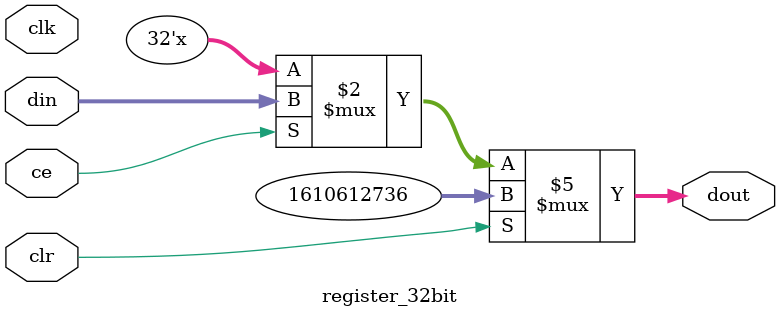
<source format=v>

`timescale 1ns / 1ps

module register_32bit(din, clk, clr, ce, dout);
    input [31:0] din ;
    input clk ;
    input clr ;
    input ce ;
    output [31:0] dout ;

	 reg [31:0] dout ;
    
	 always @(clr,ce,din)
	 begin
	 		   if(clr)
                                    dout <= 32'b01100000000000000000000000000000 ;	
                                    
               else if (ce)
                                  dout <= din ;                     	
	 end

endmodule

</source>
